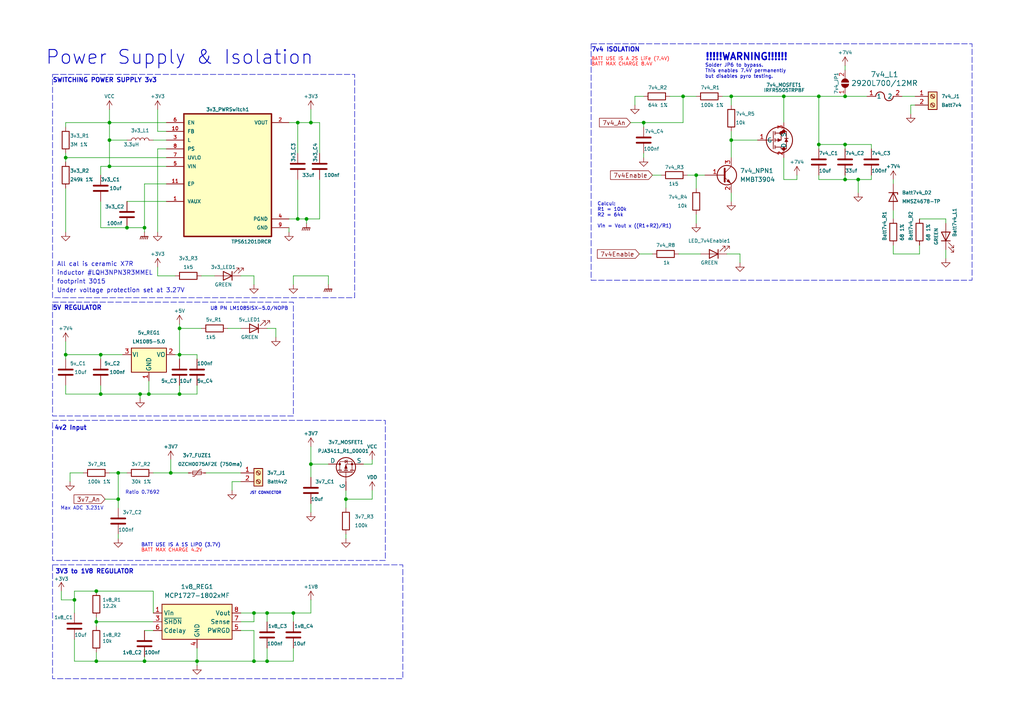
<source format=kicad_sch>
(kicad_sch (version 20231120) (generator "eeschema") (generator_version "8.0")
  (paper "A4")
  (title_block (title "PowerSupply") (date "2024-11-09") (company "GAUL"))
  (lib_symbols
    (symbol "Connector:Screw_Terminal_01x02" (pin_names (offset 1.016) hide)
      (property "Reference" "J" (at 0 2.54 0))
      (property "Value" "Screw_Terminal_01x02" (at 0 -5.08 0))
      (symbol "Screw_Terminal_01x02_1_1"
        (pin passive line (at -5.08 0 0) (length 3.81) (name "Pin_1") (number "1"))
        (pin passive line (at -5.08 -2.54 0) (length 3.81) (name "Pin_2") (number "2"))
      )
    )
    (symbol "Device:C" (pin_numbers hide) (pin_names (offset 0.254))
      (property "Reference" "C" (at 0.635 2.54 0))
      (property "Value" "C" (at 0.635 -2.54 0))
      (symbol "C_1_1"
        (pin passive line (at 0 3.81 270) (length 2.794) (name "~") (number "1"))
        (pin passive line (at 0 -3.81 90) (length 2.794) (name "~") (number "2"))
      )
    )
    (symbol "Device:L" (pin_numbers hide) (pin_names (offset 1.016) hide)
      (property "Reference" "L" (at -1.27 0 90))
      (property "Value" "L" (at 1.905 0 90))
      (symbol "L_1_1"
        (pin passive line (at 0 3.81 270) (length 1.27) (name "1") (number "1"))
        (pin passive line (at 0 -3.81 90) (length 1.27) (name "2") (number "2"))
      )
    )
    (symbol "Device:LED" (pin_numbers hide) (pin_names (offset 1.016) hide)
      (property "Reference" "D" (at 0 2.54 0))
      (property "Value" "LED" (at 0 -2.54 0))
      (symbol "LED_1_1"
        (pin passive line (at -3.81 0 0) (length 2.54) (name "K") (number "1"))
        (pin passive line (at 3.81 0 180) (length 2.54) (name "A") (number "2"))
      )
    )
    (symbol "Device:Polyfuse_Small" (pin_numbers hide) (pin_names (offset 0))
      (property "Reference" "F" (at -1.905 0 90))
      (property "Value" "Polyfuse_Small" (at 1.905 0 90))
      (symbol "Polyfuse_Small_1_1"
        (pin passive line (at 0 2.54 270) (length 0.635) (name "~") (number "1"))
        (pin passive line (at 0 -2.54 90) (length 0.635) (name "~") (number "2"))
      )
    )
    (symbol "Device:R" (pin_numbers hide) (pin_names (offset 0))
      (property "Reference" "R" (at 2.032 0 90))
      (property "Value" "R" (at 0 0 90))
      (symbol "R_1_1"
        (pin passive line (at 0 3.81 270) (length 1.27) (name "~") (number "1"))
        (pin passive line (at 0 -3.81 90) (length 1.27) (name "~") (number "2"))
      )
    )
    (symbol "Diode:BZV55C6V2" (pin_numbers hide) (pin_names hide)
      (property "Reference" "D" (at 0 2.54 0))
      (property "Value" "BZV55C6V2" (at 0 -2.54 0))
      (symbol "BZV55C6V2_1_1"
        (pin passive line (at -3.81 0 0) (length 2.54) (name "K") (number "1"))
        (pin passive line (at 3.81 0 180) (length 2.54) (name "A") (number "2"))
      )
    )
    (symbol "GND_1" (power) (pin_numbers hide) (pin_names (offset 0) hide)
      (property "Value" "GND" (at 0 -3.81 0))
      (symbol "GND_1_1_1"
        (pin power_in line (at 0 0 270) (length 0) (name "~") (number "1"))
      )
    )
    (symbol "IRFR5505TRPBF:IRFR5505TRPBF" (pin_names (offset 0.254))
      (property "Reference" "MOSFET" (at 11.43 1.905 0))
      (property "Value" "IRFR5505TRPBF" (at 11.43 -2.54 0))
      (symbol "IRFR5505TRPBF_0_1"
        (pin unspecified line (at 0 0 0) (length 2.54) (name "G") (number "1"))
        (pin unspecified line (at 7.62 5.08 270) (length 2.54) (name "D") (number "2"))
        (pin unspecified line (at 7.62 -5.08 90) (length 2.54) (name "S") (number "3"))
      )
    )
    (symbol "Jumper:SolderJumper_2_Open" (pin_names (offset 0) hide)
      (property "Reference" "JP" (at 0 2.032 0))
      (property "Value" "SolderJumper_2_Open" (at 0 -2.54 0))
      (symbol "SolderJumper_2_Open_1_1"
        (pin passive line (at -3.81 0 0) (length 2.54) (name "A") (number "1"))
        (pin passive line (at 3.81 0 180) (length 2.54) (name "B") (number "2"))
      )
    )
    (symbol "RGEF1400:RGEF1400" (pin_names (offset 0.254))
      (property "Reference" "F" (at 5.08 3.175 0))
      (property "Value" "RGEF1400" (at 5.08 -3.175 0))
      (symbol "RGEF1400_1_1"
        (pin unspecified line (at 0 0 0) (length 2.54) (name "1") (number "1"))
        (pin unspecified line (at 10.16 0 180) (length 2.54) (name "2") (number "2"))
      )
      (symbol "RGEF1400_1_2"
        (pin unspecified line (at 0 0 90) (length 2.54) (name "1") (number "1"))
        (pin unspecified line (at 0 10.16 270) (length 2.54) (name "2") (number "2"))
      )
    )
    (symbol "Regulator_Linear:LM1085-5.0" (pin_names (offset 0.254))
      (property "Reference" "U8" (at 0 6.35 0))
      (property "Value" "LM1085-5.0" (at 0 3.81 0))
      (symbol "LM1085-5.0_1_1"
        (pin power_in line (at 0 -7.62 90) (length 2.54) (name "GND") (number "1"))
        (pin passive line (at 7.62 0 180) (length 2.54) (name "VO") (number "2"))
        (pin power_in line (at -7.62 0 0) (length 2.54) (name "VI") (number "3"))
      )
    )
    (symbol "Regulator_Linear:MCP1727-1802xMF"
      (property "Reference" "U" (at -7.62 8.89 0))
      (property "Value" "MCP1727-1802xMF" (at 11.43 8.89 0))
      (symbol "MCP1727-1802xMF_0_0"
        (pin open_collector line (at 12.7 -2.54 180) (length 2.54) (name "PWRGD") (number "5"))
        (pin input line (at -12.7 -2.54 0) (length 2.54) (name "Cdelay") (number "6"))
        (pin input line (at 12.7 0 180) (length 2.54) (name "Sense") (number "7"))
        (pin power_out line (at 12.7 2.54 180) (length 2.54) (name "Vout") (number "8"))
      )
      (symbol "MCP1727-1802xMF_1_1"
        (pin power_in line (at -12.7 2.54 0) (length 2.54) (name "Vin") (number "1"))
        (pin passive line (at -12.7 2.54 0) (length 2.54) hide (name "Vin") (number "2"))
        (pin input line (at -12.7 0 0) (length 2.54) (name "~{SHDN}") (number "3"))
        (pin power_in line (at 0 -7.62 90) (length 2.54) (name "GND") (number "4"))
        (pin passive line (at 0 -7.62 90) (length 2.54) hide (name "GND") (number "9"))
      )
    )
    (symbol "Simulation_SPICE:PMOS" (pin_numbers hide) (pin_names (offset 0))
      (property "Reference" "Q2" (at 8.89 0 90))
      (property "Value" "PMOS" (at 6.35 0 90))
      (symbol "PMOS_1_1"
        (pin input line (at -5.08 0 0) (length 2.54) (name "G") (number "1"))
        (pin passive line (at 2.54 -5.08 90) (length 2.54) (name "S") (number "2"))
        (pin passive line (at 2.54 5.08 270) (length 2.54) (name "D") (number "3"))
      )
    )
    (symbol "TPS61201DRCR:TPS61201DRCR" (pin_names (offset 1.016))
      (property "Reference" "U5" (at 10.16 19.05 0))
      (property "Value" "TPS61201DRCR" (at 5.08 -19.05 0))
      (symbol "TPS61201DRCR_0_0"
        (pin bidirectional line (at -17.78 -7.62 0) (length 5.08) (name "VAUX") (number "1"))
        (pin input line (at -17.78 12.7 0) (length 5.08) (name "FB") (number "10"))
        (pin bidirectional line (at -17.78 -2.54 0) (length 5.08) (name "EP") (number "11"))
        (pin input line (at -17.78 10.16 0) (length 5.08) (name "L") (number "3"))
        (pin power_in line (at 17.78 -12.7 180) (length 5.08) (name "PGND") (number "4"))
        (pin input line (at -17.78 2.54 0) (length 5.08) (name "VIN") (number "5"))
        (pin input line (at -17.78 15.24 0) (length 5.08) (name "EN") (number "6"))
        (pin input line (at -17.78 5.08 0) (length 5.08) (name "UVLO") (number "7"))
        (pin input line (at -17.78 7.62 0) (length 5.08) (name "PS") (number "8"))
        (pin power_in line (at 17.78 -15.24 180) (length 5.08) (name "GND") (number "9"))
      )
      (symbol "TPS61201DRCR_1_0"
        (pin passive line (at 17.78 15.24 180) (length 5.08) (name "VOUT") (number "2"))
      )
    )
    (symbol "Transistor_BJT:MMBT3904" (pin_names (offset 0) hide)
      (property "Reference" "Q" (at 5.08 1.905 0))
      (property "Value" "MMBT3904" (at 5.08 0 0))
      (symbol "MMBT3904_1_1"
        (pin input line (at -5.08 0 0) (length 5.715) (name "B") (number "1"))
        (pin passive line (at 2.54 -5.08 90) (length 2.54) (name "E") (number "2"))
        (pin passive line (at 2.54 5.08 270) (length 2.54) (name "C") (number "3"))
      )
    )
    (symbol "power:+12P" (power) (pin_names (offset 0))
      (property "Value" "+12P" (at 0 3.556 0))
      (symbol "+12P_1_1"
        (pin power_in line (at 0 0 90) (length 0) hide (name "+12P") (number "1"))
      )
    )
    (symbol "power:+12V" (power) (pin_names (offset 0))
      (property "Value" "+12V" (at 0 3.556 0))
      (symbol "+12V_1_1"
        (pin power_in line (at 0 0 90) (length 0) hide (name "+12V") (number "1"))
      )
    )
    (symbol "power:+1V8" (power) (pin_numbers hide) (pin_names (offset 0) hide)
      (property "Value" "+1V8" (at 0 3.556 0))
      (symbol "+1V8_1_1"
        (pin power_in line (at 0 0 90) (length 0) (name "~") (number "1"))
      )
    )
    (symbol "power:+3V3" (power) (pin_names (offset 0))
      (property "Value" "+3V3" (at 0 3.556 0))
      (symbol "+3V3_1_1"
        (pin power_in line (at 0 0 90) (length 0) hide (name "+3V3") (number "1"))
      )
    )
    (symbol "power:+5V" (power) (pin_names (offset 0))
      (property "Value" "+5V" (at 0 3.556 0))
      (symbol "+5V_1_1"
        (pin power_in line (at 0 0 90) (length 0) hide (name "+5V") (number "1"))
      )
    )
    (symbol "power:+BATT" (power) (pin_names (offset 0))
      (property "Value" "+BATT" (at 0 3.556 0))
      (symbol "+BATT_1_1"
        (pin power_in line (at 0 0 90) (length 0) hide (name "+BATT") (number "1"))
      )
    )
    (symbol "power:GND" (power) (pin_names (offset 0))
      (property "Value" "GND" (at 0 -3.81 0))
      (symbol "GND_1_1"
        (pin power_in line (at 0 0 270) (length 0) hide (name "GND") (number "1"))
      )
    )
    (symbol "power:GNDPWR" (power) (pin_names (offset 0))
      (property "Value" "GNDPWR" (at 0 -3.302 0))
      (symbol "GNDPWR_1_1"
        (pin power_in line (at 0 0 270) (length 0) hide (name "GNDPWR") (number "1"))
      )
    )
    (symbol "power:VCC" (power) (pin_names (offset 0))
      (property "Value" "VCC" (at 0 3.81 0))
      (symbol "VCC_1_1"
        (pin power_in line (at 0 0 90) (length 0) hide (name "VCC") (number "1"))
      )
    )
    (symbol "power:VDD" (power) (pin_names (offset 0))
      (property "Value" "VDD" (at 0 3.81 0))
      (symbol "VDD_1_1"
        (pin power_in line (at 0 0 90) (length 0) hide (name "VDD") (number "1"))
      )
    )
  )
  (junction (at 73.66 191.77))
  (junction (at 19.05 102.87))
  (junction (at 31.75 35.56))
  (junction (at 237.49 41.91))
  (junction (at 52.07 114.3))
  (junction (at 27.94 171.45))
  (junction (at 245.11 41.91))
  (junction (at 86.36 35.56))
  (junction (at 90.17 35.56))
  (junction (at 19.05 45.72))
  (junction (at 186.69 35.56))
  (junction (at 29.21 102.87))
  (junction (at 34.29 137.16))
  (junction (at 43.18 114.3))
  (junction (at 73.66 177.8))
  (junction (at 21.59 173.99))
  (junction (at 86.36 63.5))
  (junction (at 100.33 144.78))
  (junction (at 34.29 144.78))
  (junction (at 88.9 63.5))
  (junction (at 77.47 191.77))
  (junction (at 227.33 27.94))
  (junction (at 36.83 66.04))
  (junction (at 41.91 191.77))
  (junction (at 212.09 27.94))
  (junction (at 31.75 40.64))
  (junction (at 245.11 52.07))
  (junction (at 198.12 27.94))
  (junction (at 49.53 137.16))
  (junction (at 248.92 52.07))
  (junction (at 52.07 95.25))
  (junction (at 57.15 191.77))
  (junction (at 237.49 27.94))
  (junction (at 40.64 114.3))
  (junction (at 41.91 66.04))
  (junction (at 77.47 177.8))
  (junction (at 90.17 134.62))
  (junction (at 212.09 40.64))
  (junction (at 201.93 50.8))
  (junction (at 31.75 48.26))
  (junction (at 85.09 177.8))
  (junction (at 27.94 180.34))
  (junction (at 245.11 27.94))
  (junction (at 29.21 114.3))
  (junction (at 52.07 102.87))
  (junction (at 27.94 191.77))
  (wire (pts (xy 212.09 38.1) (xy 212.09 40.64)))
  (wire (pts (xy 92.71 35.56) (xy 90.17 35.56)))
  (wire (pts (xy 264.16 30.48) (xy 264.16 33.02)))
  (wire (pts (xy 31.75 35.56) (xy 48.26 35.56)))
  (wire (pts (xy 48.26 53.34) (xy 41.91 53.34)))
  (wire (pts (xy 45.72 38.1) (xy 48.26 38.1)))
  (wire (pts (xy 237.49 52.07) (xy 245.11 52.07)))
  (wire (pts (xy 83.82 66.04) (xy 83.82 67.31)))
  (wire (pts (xy 52.07 95.25) (xy 58.42 95.25)))
  (wire (pts (xy 29.21 111.76) (xy 29.21 114.3)))
  (wire (pts (xy 19.05 114.3) (xy 29.21 114.3)))
  (wire (pts (xy 214.63 73.66) (xy 214.63 76.2)))
  (wire (pts (xy 29.21 114.3) (xy 40.64 114.3)))
  (wire (pts (xy 107.95 144.78) (xy 100.33 144.78)))
  (wire (pts (xy 21.59 191.77) (xy 27.94 191.77)))
  (wire (pts (xy 43.18 114.3) (xy 40.64 114.3)))
  (wire (pts (xy 252.73 41.91) (xy 252.73 43.18)))
  (wire (pts (xy 186.69 36.83) (xy 186.69 35.56)))
  (wire (pts (xy 265.43 30.48) (xy 264.16 30.48)))
  (wire (pts (xy 212.09 55.88) (xy 212.09 58.42)))
  (wire (pts (xy 227.33 27.94) (xy 227.33 35.56)))
  (wire (pts (xy 34.29 154.94) (xy 34.29 156.21)))
  (wire (pts (xy 92.71 52.07) (xy 92.71 63.5)))
  (wire (pts (xy 237.49 50.8) (xy 237.49 52.07)))
  (wire (pts (xy 48.26 43.18) (xy 45.72 43.18)))
  (wire (pts (xy 201.93 54.61) (xy 201.93 50.8)))
  (wire (pts (xy 52.07 95.25) (xy 52.07 102.87)))
  (wire (pts (xy 85.09 177.8) (xy 77.47 177.8)))
  (wire (pts (xy 69.85 80.01) (xy 73.66 80.01)))
  (wire (pts (xy 92.71 63.5) (xy 88.9 63.5)))
  (wire (pts (xy 198.12 27.94) (xy 201.93 27.94)))
  (wire (pts (xy 29.21 66.04) (xy 36.83 66.04)))
  (wire (pts (xy 92.71 44.45) (xy 92.71 35.56)))
  (wire (pts (xy 107.95 142.24) (xy 107.95 144.78)))
  (wire (pts (xy 90.17 129.54) (xy 90.17 134.62)))
  (wire (pts (xy 85.09 191.77) (xy 77.47 191.77)))
  (wire (pts (xy 194.31 27.94) (xy 198.12 27.94)))
  (wire (pts (xy 34.29 137.16) (xy 36.83 137.16)))
  (wire (pts (xy 86.36 63.5) (xy 88.9 63.5)))
  (wire (pts (xy 274.32 72.39) (xy 274.32 74.93)))
  (wire (pts (xy 100.33 154.94) (xy 100.33 156.21)))
  (wire (pts (xy 77.47 95.25) (xy 80.01 95.25)))
  (wire (pts (xy 227.33 52.07) (xy 231.14 52.07)))
  (wire (pts (xy 41.91 182.88) (xy 44.45 182.88)))
  (wire (pts (xy 21.59 171.45) (xy 27.94 171.45)))
  (wire (pts (xy 245.11 27.94) (xy 251.46 27.94)))
  (wire (pts (xy 69.85 177.8) (xy 73.66 177.8)))
  (wire (pts (xy 90.17 134.62) (xy 95.25 134.62)))
  (wire (pts (xy 29.21 102.87) (xy 29.21 104.14)))
  (wire (pts (xy 90.17 177.8) (xy 85.09 177.8)))
  (wire (pts (xy 83.82 35.56) (xy 86.36 35.56)))
  (wire (pts (xy 40.64 114.3) (xy 40.64 115.57)))
  (wire (pts (xy 107.95 134.62) (xy 107.95 133.35)))
  (wire (pts (xy 31.75 48.26) (xy 31.75 40.64)))
  (wire (pts (xy 259.08 52.07) (xy 259.08 53.34)))
  (wire (pts (xy 27.94 191.77) (xy 41.91 191.77)))
  (wire (pts (xy 58.42 80.01) (xy 62.23 80.01)))
  (wire (pts (xy 95.25 82.55) (xy 95.25 80.01)))
  (wire (pts (xy 245.11 41.91) (xy 245.11 43.18)))
  (wire (pts (xy 212.09 40.64) (xy 219.71 40.64)))
  (wire (pts (xy 27.94 171.45) (xy 44.45 171.45)))
  (wire (pts (xy 44.45 171.45) (xy 44.45 177.8)))
  (wire (pts (xy 90.17 173.99) (xy 90.17 177.8)))
  (wire (pts (xy 20.32 137.16) (xy 20.32 139.7)))
  (wire (pts (xy 35.56 102.87) (xy 29.21 102.87)))
  (wire (pts (xy 86.36 35.56) (xy 90.17 35.56)))
  (wire (pts (xy 48.26 48.26) (xy 31.75 48.26)))
  (wire (pts (xy 85.09 180.34) (xy 85.09 177.8)))
  (wire (pts (xy 52.07 111.76) (xy 52.07 114.3)))
  (wire (pts (xy 245.11 41.91) (xy 252.73 41.91)))
  (wire (pts (xy 69.85 180.34) (xy 73.66 180.34)))
  (wire (pts (xy 201.93 62.23) (xy 201.93 64.77)))
  (wire (pts (xy 19.05 111.76) (xy 19.05 114.3)))
  (wire (pts (xy 57.15 187.96) (xy 57.15 191.77)))
  (wire (pts (xy 245.11 52.07) (xy 248.92 52.07)))
  (wire (pts (xy 237.49 41.91) (xy 245.11 41.91)))
  (wire (pts (xy 196.85 73.66) (xy 203.2 73.66)))
  (wire (pts (xy 57.15 191.77) (xy 73.66 191.77)))
  (wire (pts (xy 266.7 73.66) (xy 266.7 71.12)))
  (wire (pts (xy 237.49 27.94) (xy 237.49 41.91)))
  (wire (pts (xy 90.17 146.05) (xy 90.17 148.59)))
  (wire (pts (xy 266.7 63.5) (xy 274.32 63.5)))
  (wire (pts (xy 100.33 144.78) (xy 100.33 142.24)))
  (wire (pts (xy 43.18 110.49) (xy 43.18 114.3)))
  (wire (pts (xy 259.08 73.66) (xy 266.7 73.66)))
  (wire (pts (xy 210.82 73.66) (xy 214.63 73.66)))
  (wire (pts (xy 57.15 111.76) (xy 57.15 114.3)))
  (wire (pts (xy 184.15 27.94) (xy 184.15 30.48)))
  (wire (pts (xy 90.17 35.56) (xy 90.17 31.75)))
  (wire (pts (xy 274.32 63.5) (xy 274.32 64.77)))
  (wire (pts (xy 59.69 137.16) (xy 69.85 137.16)))
  (wire (pts (xy 186.69 35.56) (xy 198.12 35.56)))
  (wire (pts (xy 252.73 50.8) (xy 252.73 52.07)))
  (wire (pts (xy 227.33 45.72) (xy 227.33 52.07)))
  (wire (pts (xy 50.8 102.87) (xy 52.07 102.87)))
  (wire (pts (xy 31.75 31.75) (xy 31.75 35.56)))
  (wire (pts (xy 231.14 52.07) (xy 231.14 50.8)))
  (wire (pts (xy 19.05 54.61) (xy 19.05 67.31)))
  (wire (pts (xy 66.04 95.25) (xy 69.85 95.25)))
  (wire (pts (xy 34.29 144.78) (xy 34.29 137.16)))
  (wire (pts (xy 86.36 35.56) (xy 86.36 44.45)))
  (wire (pts (xy 49.53 133.35) (xy 49.53 137.16)))
  (wire (pts (xy 209.55 27.94) (xy 212.09 27.94)))
  (wire (pts (xy 248.92 52.07) (xy 252.73 52.07)))
  (wire (pts (xy 201.93 50.8) (xy 204.47 50.8)))
  (wire (pts (xy 100.33 144.78) (xy 100.33 147.32)))
  (wire (pts (xy 67.31 139.7) (xy 67.31 142.24)))
  (wire (pts (xy 41.91 53.34) (xy 41.91 66.04)))
  (wire (pts (xy 29.21 48.26) (xy 29.21 50.8)))
  (wire (pts (xy 88.9 63.5) (xy 88.9 64.77)))
  (wire (pts (xy 45.72 77.47) (xy 45.72 80.01)))
  (wire (pts (xy 41.91 191.77) (xy 57.15 191.77)))
  (wire (pts (xy 212.09 30.48) (xy 212.09 27.94)))
  (wire (pts (xy 185.42 73.66) (xy 189.23 73.66)))
  (wire (pts (xy 237.49 41.91) (xy 237.49 43.18)))
  (wire (pts (xy 17.78 173.99) (xy 21.59 173.99)))
  (wire (pts (xy 27.94 189.23) (xy 27.94 191.77)))
  (wire (pts (xy 21.59 173.99) (xy 21.59 177.8)))
  (wire (pts (xy 212.09 40.64) (xy 212.09 45.72)))
  (wire (pts (xy 85.09 80.01) (xy 95.25 80.01)))
  (wire (pts (xy 57.15 193.04) (xy 57.15 191.77)))
  (wire (pts (xy 19.05 99.06) (xy 19.05 102.87)))
  (wire (pts (xy 105.41 134.62) (xy 107.95 134.62)))
  (wire (pts (xy 259.08 73.66) (xy 259.08 71.12)))
  (wire (pts (xy 73.66 180.34) (xy 73.66 177.8)))
  (wire (pts (xy 83.82 63.5) (xy 86.36 63.5)))
  (wire (pts (xy 36.83 40.64) (xy 31.75 40.64)))
  (wire (pts (xy 17.78 173.99) (xy 17.78 171.45)))
  (wire (pts (xy 227.33 27.94) (xy 237.49 27.94)))
  (wire (pts (xy 19.05 35.56) (xy 19.05 36.83)))
  (wire (pts (xy 24.13 137.16) (xy 20.32 137.16)))
  (wire (pts (xy 21.59 171.45) (xy 21.59 173.99)))
  (wire (pts (xy 77.47 191.77) (xy 73.66 191.77)))
  (wire (pts (xy 45.72 80.01) (xy 50.8 80.01)))
  (wire (pts (xy 19.05 46.99) (xy 19.05 45.72)))
  (wire (pts (xy 186.69 45.72) (xy 186.69 44.45)))
  (wire (pts (xy 85.09 187.96) (xy 85.09 191.77)))
  (wire (pts (xy 36.83 66.04) (xy 41.91 66.04)))
  (wire (pts (xy 261.62 27.94) (xy 265.43 27.94)))
  (wire (pts (xy 19.05 45.72) (xy 48.26 45.72)))
  (wire (pts (xy 19.05 102.87) (xy 19.05 104.14)))
  (wire (pts (xy 198.12 35.56) (xy 198.12 27.94)))
  (wire (pts (xy 29.21 58.42) (xy 29.21 66.04)))
  (wire (pts (xy 19.05 35.56) (xy 31.75 35.56)))
  (wire (pts (xy 34.29 147.32) (xy 34.29 144.78)))
  (wire (pts (xy 27.94 179.07) (xy 27.94 180.34)))
  (wire (pts (xy 52.07 93.98) (xy 52.07 95.25)))
  (wire (pts (xy 237.49 27.94) (xy 245.11 27.94)))
  (wire (pts (xy 259.08 63.5) (xy 259.08 60.96)))
  (wire (pts (xy 44.45 137.16) (xy 49.53 137.16)))
  (wire (pts (xy 73.66 182.88) (xy 69.85 182.88)))
  (wire (pts (xy 29.21 102.87) (xy 19.05 102.87)))
  (wire (pts (xy 27.94 180.34) (xy 44.45 180.34)))
  (wire (pts (xy 41.91 190.5) (xy 41.91 191.77)))
  (wire (pts (xy 44.45 40.64) (xy 48.26 40.64)))
  (wire (pts (xy 245.11 19.05) (xy 245.11 20.32)))
  (wire (pts (xy 27.94 180.34) (xy 27.94 181.61)))
  (wire (pts (xy 52.07 114.3) (xy 57.15 114.3)))
  (wire (pts (xy 57.15 102.87) (xy 57.15 104.14)))
  (wire (pts (xy 248.92 52.07) (xy 248.92 55.88)))
  (wire (pts (xy 77.47 180.34) (xy 77.47 177.8)))
  (wire (pts (xy 31.75 137.16) (xy 34.29 137.16)))
  (wire (pts (xy 21.59 185.42) (xy 21.59 191.77)))
  (wire (pts (xy 73.66 80.01) (xy 73.66 82.55)))
  (wire (pts (xy 30.48 144.78) (xy 34.29 144.78)))
  (wire (pts (xy 77.47 187.96) (xy 77.47 191.77)))
  (wire (pts (xy 80.01 95.25) (xy 80.01 97.79)))
  (wire (pts (xy 52.07 102.87) (xy 52.07 104.14)))
  (wire (pts (xy 69.85 139.7) (xy 67.31 139.7)))
  (wire (pts (xy 48.26 58.42) (xy 36.83 58.42)))
  (wire (pts (xy 52.07 102.87) (xy 57.15 102.87)))
  (wire (pts (xy 245.11 50.8) (xy 245.11 52.07)))
  (wire (pts (xy 73.66 182.88) (xy 73.66 191.77)))
  (wire (pts (xy 85.09 80.01) (xy 85.09 82.55)))
  (wire (pts (xy 43.18 114.3) (xy 52.07 114.3)))
  (wire (pts (xy 31.75 35.56) (xy 31.75 40.64)))
  (wire (pts (xy 49.53 137.16) (xy 54.61 137.16)))
  (wire (pts (xy 45.72 43.18) (xy 45.72 67.31)))
  (wire (pts (xy 86.36 52.07) (xy 86.36 63.5)))
  (wire (pts (xy 73.66 177.8) (xy 77.47 177.8)))
  (wire (pts (xy 212.09 27.94) (xy 227.33 27.94)))
  (wire (pts (xy 189.23 50.8) (xy 191.77 50.8)))
  (wire (pts (xy 182.88 35.56) (xy 186.69 35.56)))
  (wire (pts (xy 90.17 138.43) (xy 90.17 134.62)))
  (wire (pts (xy 199.39 50.8) (xy 201.93 50.8)))
  (wire (pts (xy 19.05 44.45) (xy 19.05 45.72)))
  (wire (pts (xy 41.91 66.04) (xy 41.91 67.31)))
  (wire (pts (xy 45.72 31.75) (xy 45.72 38.1)))
  (wire (pts (xy 186.69 27.94) (xy 184.15 27.94)))
  (wire (pts (xy 29.21 48.26) (xy 31.75 48.26)))
  (rectangle (start 15.24 21.59) (end 102.87 86.36) (stroke (width 0) (type dash)))
  (rectangle (start 171.45 12.7) (end 281.94 81.28) (stroke (width 0) (type dash)))
  (rectangle (start 15.24 87.63) (end 85.09 120.65) (stroke (width 0) (type dash)))
  (rectangle (start 15.24 163.83) (end 116.84 196.85) (stroke (width 0) (type dash)))
  (rectangle (start 15.24 121.92) (end 111.76 162.56) (stroke (width 0) (type dash)))
  (text "Under voltage protection set at 3.27V" (at 16.51 85.09 0) (effects (font (size 1.27 1.27)) (justify left bottom)))
  (text "Calcul: \nR1 = 100k\nR2 = 64k\n\nVin = Vout x ((R1+R2)/R1)" (at 173.228 66.294 0) (effects (font (size 1 1)) (justify left bottom)))
  (text "5V REGULATOR" (at 15.24 90.17 0) (effects (font (size 1.27 1.27) (thickness 0.254) (bold yes)) (justify left bottom)))
  (text "JST CONNECTOR" (at 72.39 143.51 0) (effects (font (size 0.75 0.75)) (justify left bottom)))
  (text "4v2 Input" (at 15.748 124.968 0) (effects (font (size 1.27 1.27) (thickness 0.254) (bold yes)) (justify left bottom)))
  (text "U8 PN LM1085ISX-5.0/NOPB" (at 60.96 90.17 0) (effects (font (size 1 1)) (justify left bottom)))
  (text "footprint 3015" (at 16.51 82.55 0) (effects (font (size 1.27 1.27)) (justify left bottom)))
  (text "3V3 to 1V8 REGULATOR\n\n" (at 16.002 168.656 0) (effects (font (size 1.27 1.27) (thickness 0.254) (bold yes)) (justify left bottom)))
  (text "inductor #LQH3NPN3R3MMEL" (at 16.51 80.01 0) (effects (font (size 1.27 1.27)) (justify left bottom)))
  (text "BATT USE IS A 1S LIPO (3.7V)" (at 40.894 158.75 0) (effects (font (size 1 1)) (justify left bottom)))
  (text "7v4 ISOLATION" (at 171.45 15.24 0) (effects (font (size 1.27 1.27) (thickness 0.254) (bold yes)) (justify left bottom)))
  (text "Max ADC 3.231V" (at 17.526 148.082 0) (effects (font (size 1 1) (thickness 0.125)) (justify left bottom)))
  (text "!!!!!WARNING!!!!!!" (at 204.47 17.78 0) (effects (font (size 2 2) (thickness 0.4) (bold yes)) (justify left bottom)))
  (text "All cal is ceramic X7R" (at 16.51 77.47 0) (effects (font (size 1.27 1.27)) (justify left bottom)))
  (text "BATT MAX CHARGE 4.2V" (at 40.894 160.274 0) (effects (font (size 1 1) (thickness 0.125)) (justify left bottom)))
  (text "SWITCHING POWER SUPPLY 3v3" (at 15.24 24.13 0) (effects (font (size 1.27 1.27) (thickness 0.254) (bold yes)) (justify left bottom)))
  (text "Solder JP6 to bypass. \nThis enables 7.4V permanently \nbut disables pyro testing." (at 204.47 22.86 0) (effects (font (size 1 1)) (justify left bottom)))
  (text "BATT USE IS A 2S LiFe (7.4V)" (at 171.45 17.78 0) (effects (font (size 1 1) (thickness 0.125)) (justify left bottom)))
  (text "Power Supply & Isolation" (at 52.07 16.764 0) (effects (font (size 4 4) (thickness 0.254) (bold yes))))
  (text "Ratio 0.7692" (at 36.322 143.51 0) (effects (font (size 1 1) (thickness 0.125)) (justify left bottom)))
  (text "BATT MAX CHARGE 8.4V" (at 171.45 19.304 0) (effects (font (size 1 1) (thickness 0.125)) (justify left bottom)))
  (global_label "3v7_An" (shape input) (at 30.48 144.78 180) (property "Intersheetrefs" "${INTERSHEET_REFS}" (effects (hide yes))))
  (global_label "7v4Enable" (shape input) (at 185.42 73.66 180) (property "Intersheetrefs" "${INTERSHEET_REFS}" (effects (hide yes))))
  (global_label "7v4_An" (shape input) (at 182.88 35.56 180) (property "Intersheetrefs" "${INTERSHEET_REFS}" (effects (hide yes))))
  (global_label "7v4Enable" (shape input) (at 189.23 50.8 180) (property "Intersheetrefs" "${INTERSHEET_REFS}" (effects (hide yes))))
  (symbol (lib_id "Device:R") (at 19.05 40.64 0) (unit 1)
    (property "Reference" "3v3_R1" (at 20.32 39.37 0) (effects (font (size 1 1)) (justify left)))
    (property "Value" "3M 1%" (at 20.32 41.91 0) (effects (font (size 1 1)) (justify left)))
    (property "Footprint" "Resistor_SMD:R_0603_1608Metric" (effects (hide yes)))
  )
  (symbol (lib_id "Device:C") (at 34.29 151.13 0) (unit 1)
    (property "Reference" "3v7_C2" (at 35.56 148.59 0) (effects (font (size 1 1)) (justify left)))
    (property "Value" "100nf" (at 34.29 153.67 0) (effects (font (size 1 1)) (justify left)))
    (property "Footprint" "Capacitor_SMD:C_0603_1608Metric" (effects (hide yes)))
  )
  (symbol (lib_id "Device:C") (at 237.49 46.99 0) (unit 1)
    (property "Reference" "7v4_C1" (at 237.49 44.45 0) (effects (font (size 1 1)) (justify left)))
    (property "Value" "10uf" (at 237.49 49.53 0) (effects (font (size 1 1)) (justify left)))
    (property "Footprint" "Capacitor_SMD:C_0603_1608Metric" (effects (hide yes)))
  )
  (symbol (lib_id "power:GND") (at 186.69 45.72 0) (unit 1)
    (property "Reference" "#PWR0102" (effects (hide yes)))
    (property "Value" "GND" (effects (hide yes)))
  )
  (symbol (lib_id "power:GND") (at 73.66 82.55 0) (unit 1)
    (property "Reference" "#PWR07" (effects (hide yes)))
    (property "Value" "GND" (effects (hide yes)))
  )
  (symbol (lib_id "power:GND") (at 80.01 97.79 0) (unit 1)
    (property "Reference" "#PWR019" (effects (hide yes)))
    (property "Value" "GND" (effects (hide yes)))
  )
  (symbol (lib_id "power:+3V3") (at 90.17 31.75 0) (unit 1)
    (property "Reference" "#PWR011" (effects (hide yes)))
    (property "Value" "+3V3" (at 90.17 27.94 0) (effects (font (size 1 1))))
  )
  (symbol (lib_id "Device:R") (at 259.08 67.31 180) (unit 1)
    (property "Reference" "Batt7v4_R1" (at 256.54 69.85 90) (effects (font (size 1 1)) (justify right)))
    (property "Value" "68 1%" (at 261.62 69.85 90) (effects (font (size 1 1)) (justify right)))
    (property "Footprint" "Resistor_SMD:R_0603_1608Metric" (effects (hide yes)))
  )
  (symbol (lib_id "power:GND") (at 34.29 156.21 0) (unit 1)
    (property "Reference" "#PWR077" (effects (hide yes)))
    (property "Value" "GND" (effects (hide yes)))
  )
  (symbol (lib_id "Device:C") (at 36.83 62.23 0) (unit 1)
    (property "Reference" "3v3_C2" (at 30.48 59.944 0) (effects (font (size 1 1)) (justify left)))
    (property "Value" "100nf" (at 30.988 64.77 0) (effects (font (size 1 1)) (justify left)))
    (property "Footprint" "Capacitor_SMD:C_0603_1608Metric" (effects (hide yes)))
  )
  (symbol (lib_id "power:GNDPWR") (at 95.25 82.55 0) (unit 1)
    (property "Reference" "#PWR012" (effects (hide yes)))
    (property "Value" "GNDPWR" (effects (hide yes)))
  )
  (symbol (lib_id "Device:R") (at 62.23 95.25 90) (unit 1)
    (property "Reference" "5v_R1" (at 59.69 92.71 90) (effects (font (size 1 1)) (justify right)))
    (property "Value" "1k5" (at 59.69 97.79 90) (effects (font (size 1 1)) (justify right)))
    (property "Footprint" "Resistor_SMD:R_0603_1608Metric" (effects (hide yes)))
  )
  (symbol (lib_id "Device:C") (at 19.05 107.95 0) (unit 1)
    (property "Reference" "5v_C1" (at 20.32 105.41 0) (effects (font (size 1 1)) (justify left)))
    (property "Value" "10uf" (at 21.59 107.95 0) (effects (font (size 1 1)) (justify left)))
    (property "Footprint" "Capacitor_SMD:C_0603_1608Metric" (effects (hide yes)))
  )
  (symbol (lib_id "Device:C") (at 21.59 181.61 0) (unit 1)
    (property "Reference" "1v8_C1" (at 15.748 179.07 0) (effects (font (size 0.9652 0.9652)) (justify left)))
    (property "Value" "10uf" (at 21.59 184.15 0) (effects (font (size 1 1)) (justify left)))
    (property "Footprint" "Capacitor_SMD:C_0603_1608Metric" (effects (hide yes)))
  )
  (symbol (lib_id "Device:C") (at 57.15 107.95 0) (unit 1)
    (property "Reference" "5v_C4" (at 57.15 110.49 0) (effects (font (size 1 1)) (justify left)))
    (property "Value" "100nf" (at 57.15 105.41 0) (effects (font (size 1 1)) (justify left)))
    (property "Footprint" "Capacitor_SMD:C_0603_1608Metric" (effects (hide yes)))
  )
  (symbol (lib_id "Regulator_Linear:MCP1727-1802xMF") (at 57.15 180.34 0) (unit 1)
    (property "Reference" "1v8_REG1" (at 57.15 170.18 0))
    (property "Value" "MCP1727-1802xMF" (at 57.15 172.72 0))
    (property "Footprint" "Package_DFN_QFN:DFN-8-1EP_3x3mm_P0.65mm_EP1.55x2.4mm" (effects (hide yes)))
    (property "Datasheet" "https://ww1.microchip.com/downloads/aemtest/APID/ProductDocuments/DataSheets/MCP1727-1.5A-Low-Voltage-Low-Quiescent-Current-LDO-Regulator-20001999D.pdf" (effects (hide yes)))
    (property "Description" "1.5A, Low Voltage, Low Quiescent Current LDO Regulator, 2.3 - 6V Input, Fixed 1.8V Output, 330mV Dropout, DFN-8" (effects (hide yes)))
  )
  (symbol (lib_id "power:GND") (at 85.09 82.55 0) (unit 1)
    (property "Reference" "#PWR09" (effects (hide yes)))
    (property "Value" "GND" (effects (hide yes)))
  )
  (symbol (lib_id "Device:R") (at 27.94 175.26 180) (unit 1)
    (property "Reference" "1v8_R1" (at 29.718 173.99 0) (effects (font (size 0.9652 0.9652)) (justify right)))
    (property "Value" "12.2k" (at 29.718 175.768 0) (effects (font (size 0.9652 0.9652)) (justify right)))
    (property "Footprint" "Resistor_SMD:R_0603_1608Metric" (effects (hide yes)))
    (property "Description" "Resistor" (effects (hide yes)))
  )
  (symbol (lib_id "Device:R") (at 100.33 151.13 0) (unit 1)
    (property "Reference" "3v7_R3" (at 102.87 149.86 0) (effects (font (size 1 1)) (justify left)))
    (property "Value" "100k" (at 102.87 152.4 0) (effects (font (size 1 1)) (justify left)))
    (property "Footprint" "Resistor_SMD:R_0603_1608Metric" (effects (hide yes)))
  )
  (symbol (lib_id "Device:R") (at 40.64 137.16 90) (unit 1)
    (property "Reference" "3v7_R2" (at 38.1 134.62 90) (effects (font (size 1 1)) (justify right)))
    (property "Value" "30k 1%" (at 38.1 139.7 90) (effects (font (size 1 1)) (justify right)))
    (property "Footprint" "Resistor_SMD:R_0603_1608Metric" (effects (hide yes)))
  )
  (symbol (lib_id "power:+BATT") (at 49.53 133.35 0) (unit 1)
    (property "Reference" "#PWR021" (effects (hide yes)))
    (property "Value" "+3V7" (at 49.53 129.54 0) (effects (font (size 1 1))))
  )
  (symbol (lib_id "power:VCC") (at 107.95 133.35 0) (unit 1)
    (property "Reference" "#PWR0110" (effects (hide yes)))
    (property "Value" "VCC" (at 107.95 129.54 0) (effects (font (size 1 1))))
  )
  (symbol (lib_id "Device:C") (at 85.09 184.15 0) (unit 1)
    (property "Reference" "1v8_C4" (at 85.344 181.61 0) (effects (font (size 1 1)) (justify left)))
    (property "Value" "10uf" (at 85.09 186.69 0) (effects (font (size 1 1)) (justify left)))
    (property "Footprint" "Capacitor_SMD:C_0603_1608Metric" (effects (hide yes)))
  )
  (symbol (lib_id "power:GND") (at 264.16 33.02 0) (unit 1)
    (property "Reference" "#PWR032" (effects (hide yes)))
    (property "Value" "GND" (effects (hide yes)))
  )
  (symbol (lib_id "RGEF1400:RGEF1400") (at 251.46 27.94 0) (unit 1)
    (property "Reference" "7v4_L1" (at 256.54 21.59 0) (effects (font (size 1.524 1.524))))
    (property "Value" "2920L700/12MR" (at 256.54 24.13 0) (effects (font (size 1.524 1.524))))
    (property "Footprint" "Fuse:Fuse_2920_7451Metric" (effects (hide yes)))
    (property "Datasheet" "2920L700/12MR" (effects (hide yes)))
  )
  (symbol (lib_id "power:+5V") (at 52.07 93.98 0) (unit 1)
    (property "Reference" "#PWR016" (effects (hide yes)))
    (property "Value" "+5V" (at 52.07 90.17 0) (effects (font (size 1 1))))
  )
  (symbol (lib_id "Device:R") (at 266.7 67.31 180) (unit 1)
    (property "Reference" "Batt7v4_R2" (at 264.16 69.85 90) (effects (font (size 1 1)) (justify right)))
    (property "Value" "68 1%" (at 269.24 69.85 90) (effects (font (size 1 1)) (justify right)))
    (property "Footprint" "Resistor_SMD:R_0603_1608Metric" (effects (hide yes)))
  )
  (symbol (lib_id "Device:C") (at 252.73 46.99 0) (unit 1)
    (property "Reference" "7v4_C3" (at 252.73 44.45 0) (effects (font (size 1 1)) (justify left)))
    (property "Value" "100nf" (at 252.73 49.53 0) (effects (font (size 1 1)) (justify left)))
    (property "Footprint" "Capacitor_SMD:C_0603_1608Metric" (effects (hide yes)))
  )
  (symbol (lib_id "power:GND") (at 19.05 67.31 0) (unit 1)
    (property "Reference" "#PWR01" (effects (hide yes)))
    (property "Value" "GND" (effects (hide yes)))
  )
  (symbol (lib_id "Device:Polyfuse_Small") (at 57.15 137.16 90) (unit 1)
    (property "Reference" "3v7_FUZE1" (at 57.15 132.08 90) (effects (font (size 1 1))))
    (property "Value" "0ZCH0075AF2E (750ma)" (at 60.96 134.62 90) (effects (font (size 1 1))))
    (property "Footprint" "Fuse:Fuse_1210_3225Metric" (effects (hide yes)))
  )
  (symbol (lib_id "Connector:Screw_Terminal_01x02") (at 270.51 27.94 0) (unit 1)
    (property "Reference" "7v4_J1" (at 273.05 27.94 0) (effects (font (size 1 1)) (justify left)))
    (property "Value" "Batt7v4" (at 273.05 30.48 0) (effects (font (size 1 1)) (justify left)))
    (property "Footprint" "Connector_Wire:SolderWire-2.5sqmm_1x02_P8.8mm_D2.4mm_OD4.4mm" (effects (hide yes)))
  )
  (symbol (lib_id "Simulation_SPICE:PMOS") (at 100.33 137.16 90) (unit 1)
    (property "Reference" "3v7_MOSFET1" (at 100.33 128.27 90) (effects (font (size 1 1))))
    (property "Value" "PJA3411_R1_00001" (at 99.568 130.81 90) (effects (font (size 1 1))))
    (property "Footprint" "Package_TO_SOT_SMD:SOT-23-3" (effects (hide yes)))
    (property "Datasheet" "https://ngspice.sourceforge.io/docs/ngspice-manual.pdf" (effects (hide yes)))
    (property "Sim.Device" "PMOS" (effects (hide yes)))
    (property "Sim.Type" "VDMOS" (effects (hide yes)))
    (property "Sim.Pins" "1=D 2=G 3=S" (effects (hide yes)))
  )
  (symbol (lib_id "Device:R") (at 201.93 58.42 180) (unit 1)
    (property "Reference" "7v4_R4" (at 199.39 57.15 0) (effects (font (size 1 1)) (justify left)))
    (property "Value" "10k" (at 199.39 59.69 0) (effects (font (size 1 1)) (justify left)))
    (property "Footprint" "Resistor_SMD:R_0603_1608Metric" (effects (hide yes)))
  )
  (symbol (lib_id "Device:R") (at 190.5 27.94 90) (unit 1)
    (property "Reference" "7v4_R2" (at 187.96 25.4 90) (effects (font (size 1 1)) (justify right)))
    (property "Value" "64k 1%" (at 187.96 30.48 90) (effects (font (size 1 1)) (justify right)))
    (property "Footprint" "Resistor_SMD:R_0603_1608Metric" (effects (hide yes)))
  )
  (symbol (lib_id "Transistor_BJT:MMBT3904") (at 209.55 50.8 0) (unit 1)
    (property "Reference" "7v4_NPN1" (at 214.63 49.53 0) (effects (justify left)))
    (property "Value" "MMBT3904" (at 214.63 52.07 0) (effects (justify left)))
    (property "Footprint" "Package_TO_SOT_SMD:SOT-23" (effects (hide yes)))
    (property "Datasheet" "https://www.onsemi.com/pdf/datasheet/pzt3904-d.pdf" (effects (hide yes)))
  )
  (symbol (lib_id "Device:C") (at 29.21 54.61 0) (unit 1)
    (property "Reference" "3v3_C1" (at 29.21 52.07 0) (effects (font (size 1 1)) (justify left)))
    (property "Value" "10uf" (at 31.75 54.61 0) (effects (font (size 1 1)) (justify left)))
    (property "Footprint" "Capacitor_SMD:C_0603_1608Metric" (effects (hide yes)))
  )
  (symbol (lib_name "GND_1") (lib_id "power:GND") (at 57.15 193.04 0) (unit 1)
    (property "Reference" "#PWR060" (effects (hide yes)))
    (property "Value" "GND" (effects (hide yes)))
    (property "Description" "Power symbol creates a global label with name \"GND\" , ground" (effects (hide yes)))
  )
  (symbol (lib_id "Device:R") (at 19.05 50.8 0) (unit 1)
    (property "Reference" "3v3_R2" (at 20.32 49.53 0) (effects (font (size 1 1)) (justify left)))
    (property "Value" "249k 1%" (at 20.32 52.07 0) (effects (font (size 1 1)) (justify left)))
    (property "Footprint" "Resistor_SMD:R_0603_1608Metric" (effects (hide yes)))
  )
  (symbol (lib_id "power:GNDPWR") (at 41.91 67.31 0) (unit 1)
    (property "Reference" "#PWR03" (effects (hide yes)))
    (property "Value" "GNDPWR" (effects (hide yes)))
  )
  (symbol (lib_id "power:VDD") (at 107.95 142.24 0) (unit 1)
    (property "Reference" "#PWR0111" (effects (hide yes)))
    (property "Value" "VDD" (at 107.95 138.43 0) (effects (font (size 1 1))))
  )
  (symbol (lib_id "power:+1V8") (at 90.17 173.99 0) (unit 1)
    (property "Reference" "#PWR061" (effects (hide yes)))
    (property "Value" "+1V8" (at 90.17 170.18 0) (effects (font (size 1 1))))
    (property "Description" "Power symbol creates a global label with name \"+1V8\"" (effects (hide yes)))
  )
  (symbol (lib_id "power:GND") (at 83.82 67.31 0) (unit 1)
    (property "Reference" "#PWR08" (effects (hide yes)))
    (property "Value" "GND" (effects (hide yes)))
  )
  (symbol (lib_id "Device:LED") (at 66.04 80.01 180) (unit 1)
    (property "Reference" "3v3_LED1" (at 64.77 77.47 0) (effects (font (size 1 1))))
    (property "Value" "GREEN" (at 64.77 82.55 0) (effects (font (size 1 1))))
    (property "Footprint" "LED_SMD:LED_0603_1608Metric" (effects (hide yes)))
  )
  (symbol (lib_id "Device:C") (at 245.11 46.99 0) (unit 1)
    (property "Reference" "7v4_C2" (at 245.11 44.45 0) (effects (font (size 1 1)) (justify left)))
    (property "Value" "33uf" (at 245.11 49.53 0) (effects (font (size 1 1)) (justify left)))
    (property "Footprint" "Capacitor_SMD:C_0603_1608Metric" (effects (hide yes)))
  )
  (symbol (lib_id "Device:LED") (at 207.01 73.66 180) (unit 1)
    (property "Reference" "LED_7v4Enable1" (at 205.74 69.85 0) (effects (font (size 1 1))))
    (property "Value" "GREEN" (at 205.74 76.2 0) (effects (font (size 1 1))))
    (property "Footprint" "LED_SMD:LED_0603_1608Metric" (effects (hide yes)))
  )
  (symbol (lib_id "power:GND") (at 20.32 139.7 0) (unit 1)
    (property "Reference" "#PWR020" (effects (hide yes)))
    (property "Value" "GND" (effects (hide yes)))
  )
  (symbol (lib_id "Device:C") (at 77.47 184.15 0) (unit 1)
    (property "Reference" "1v8_C3" (at 77.724 181.61 0) (effects (font (size 1 1)) (justify left)))
    (property "Value" "100nf" (at 77.47 186.69 0) (effects (font (size 1 1)) (justify left)))
    (property "Footprint" "Capacitor_SMD:C_0603_1608Metric" (effects (hide yes)))
  )
  (symbol (lib_id "power:+12V") (at 245.11 19.05 0) (unit 1)
    (property "Reference" "#PWR029" (effects (hide yes)))
    (property "Value" "+7V4" (at 245.11 15.24 0) (effects (font (size 1 1))))
  )
  (symbol (lib_id "power:+3V3") (at 45.72 77.47 0) (unit 1)
    (property "Reference" "#PWR06" (effects (hide yes)))
    (property "Value" "+3V3" (at 45.72 73.66 0) (effects (font (size 1 1))))
  )
  (symbol (lib_id "Device:C") (at 52.07 107.95 0) (unit 1)
    (property "Reference" "5v_C3" (at 46.736 110.49 0) (effects (font (size 1 1)) (justify left)))
    (property "Value" "10uf" (at 52.07 110.49 0) (effects (font (size 1 1)) (justify left)))
    (property "Footprint" "Capacitor_SMD:C_0603_1608Metric" (effects (hide yes)))
  )
  (symbol (lib_id "power:GNDPWR") (at 88.9 64.77 0) (unit 1)
    (property "Reference" "#PWR010" (effects (hide yes)))
    (property "Value" "GNDPWR" (effects (hide yes)))
  )
  (symbol (lib_id "Device:R") (at 205.74 27.94 90) (unit 1)
    (property "Reference" "7v4_R1" (at 203.2 25.4 90) (effects (font (size 1 1)) (justify right)))
    (property "Value" "100k 1%" (at 203.2 30.48 90) (effects (font (size 1 1)) (justify right)))
    (property "Footprint" "Resistor_SMD:R_0603_1608Metric" (effects (hide yes)))
  )
  (symbol (lib_id "power:+3V3") (at 45.72 31.75 0) (unit 1)
    (property "Reference" "#PWR04" (effects (hide yes)))
    (property "Value" "+3V3" (at 45.72 27.94 0) (effects (font (size 1 1))))
  )
  (symbol (lib_id "Diode:BZV55C6V2") (at 259.08 57.15 270) (unit 1)
    (property "Reference" "Batt7v4_D2" (at 261.62 55.88 90) (effects (font (size 1 1)) (justify left)))
    (property "Value" "MMSZ4678-TP" (at 261.62 58.42 90) (effects (font (size 1 1)) (justify left)))
    (property "Footprint" "Diode_SMD:D_SOD-123" (effects (hide yes)))
    (property "Datasheet" "https://assets.nexperia.com/documents/data-sheet/BZV55_SER.pdf" (effects (hide yes)))
  )
  (symbol (lib_id "Device:C") (at 90.17 142.24 0) (unit 1)
    (property "Reference" "3v7_C1" (at 91.44 139.7 0) (effects (font (size 1 1)) (justify left)))
    (property "Value" "10uf" (at 90.17 144.78 0) (effects (font (size 1 1)) (justify left)))
    (property "Footprint" "Capacitor_SMD:C_0603_1608Metric" (effects (hide yes)))
  )
  (symbol (lib_id "power:+3V3") (at 17.78 171.45 0) (unit 1)
    (property "Reference" "#PWR059" (effects (hide yes)))
    (property "Value" "+3V3" (at 17.78 167.894 0) (effects (font (size 1 1))))
  )
  (symbol (lib_id "Device:R") (at 54.61 80.01 90) (unit 1)
    (property "Reference" "3v3_R3" (at 54.61 74.93 90) (effects (font (size 1 1))))
    (property "Value" "1k5" (at 54.61 77.47 90) (effects (font (size 1 1))))
    (property "Footprint" "Resistor_SMD:R_0603_1608Metric" (effects (hide yes)))
  )
  (symbol (lib_id "power:GND") (at 248.92 55.88 0) (unit 1)
    (property "Reference" "#PWR030" (effects (hide yes)))
    (property "Value" "GND" (effects (hide yes)))
  )
  (symbol (lib_id "power:VCC") (at 31.75 31.75 0) (unit 1)
    (property "Reference" "#PWR02" (effects (hide yes)))
    (property "Value" "VCC" (at 31.75 27.94 0) (effects (font (size 1 1))))
  )
  (symbol (lib_id "Device:C") (at 186.69 40.64 0) (unit 1)
    (property "Reference" "7v4_C4" (at 186.944 38.1 0) (effects (font (size 1 1)) (justify left)))
    (property "Value" "100nf" (at 186.69 43.18 0) (effects (font (size 1 1)) (justify left)))
    (property "Footprint" "Capacitor_SMD:C_0603_1608Metric" (effects (hide yes)))
  )
  (symbol (lib_id "Device:R") (at 193.04 73.66 90) (unit 1)
    (property "Reference" "7v4_R8" (at 195.834 71.12 90) (effects (font (size 1 1)) (justify left)))
    (property "Value" "1k" (at 194.31 76.2 90) (effects (font (size 1 1)) (justify left)))
    (property "Footprint" "Resistor_SMD:R_0603_1608Metric" (effects (hide yes)))
  )
  (symbol (lib_id "Device:C") (at 86.36 48.26 0) (unit 1)
    (property "Reference" "3v3_C3" (at 85.09 46.99 90) (effects (font (size 1 1)) (justify left)))
    (property "Value" "33uf" (at 87.63 50.8 0) (effects (font (size 1 1)) (justify left)))
    (property "Footprint" "Capacitor_SMD:C_0603_1608Metric" (effects (hide yes)))
  )
  (symbol (lib_id "Device:LED") (at 274.32 68.58 90) (unit 1)
    (property "Reference" "Batt7v4_L1" (at 276.86 64.516 0) (effects (font (size 1 1))))
    (property "Value" "GREEN" (at 271.526 68.58 0) (effects (font (size 1 1))))
    (property "Footprint" "LED_SMD:LED_0603_1608Metric" (effects (hide yes)))
  )
  (symbol (lib_id "Device:C") (at 29.21 107.95 0) (unit 1)
    (property "Reference" "5v_C2" (at 30.226 105.41 0) (effects (font (size 1 1)) (justify left)))
    (property "Value" "100nf" (at 31.75 107.95 0) (effects (font (size 1 1)) (justify left)))
    (property "Footprint" "Capacitor_SMD:C_0603_1608Metric" (effects (hide yes)))
  )
  (symbol (lib_id "Device:R") (at 195.58 50.8 90) (unit 1)
    (property "Reference" "7v4_R3" (at 198.374 48.514 90) (effects (font (size 1 1)) (justify left)))
    (property "Value" "1k5" (at 196.85 53.34 90) (effects (font (size 1 1)) (justify left)))
    (property "Footprint" "Resistor_SMD:R_0603_1608Metric" (effects (hide yes)))
  )
  (symbol (lib_id "power:GND") (at 274.32 74.93 0) (unit 1)
    (property "Reference" "#PWR034" (effects (hide yes)))
    (property "Value" "GND" (effects (hide yes)))
  )
  (symbol (lib_id "Device:L") (at 40.64 40.64 90) (unit 1)
    (property "Reference" "3v3_L1" (at 40.64 37.846 90) (effects (font (size 1 1))))
    (property "Value" "3.3uH" (at 38.1 41.91 90) (effects (font (size 1 1))))
    (property "Footprint" "Library:IND_LQH3NPN3R3MMEL" (effects (hide yes)))
  )
  (symbol (lib_id "power:GND") (at 40.64 115.57 0) (unit 1)
    (property "Reference" "#PWR015" (effects (hide yes)))
    (property "Value" "GND" (effects (hide yes)))
  )
  (symbol (lib_id "power:+12V") (at 231.14 50.8 0) (unit 1)
    (property "Reference" "#PWR027" (effects (hide yes)))
    (property "Value" "+7V4" (at 231.14 46.99 0) (effects (font (size 1 1))))
  )
  (symbol (lib_id "Device:LED") (at 73.66 95.25 180) (unit 1)
    (property "Reference" "5v_LED1" (at 72.39 92.71 0) (effects (font (size 1 1))))
    (property "Value" "GREEN" (at 72.39 97.79 0) (effects (font (size 1 1))))
    (property "Footprint" "LED_SMD:LED_0603_1608Metric" (effects (hide yes)))
  )
  (symbol (lib_id "power:+12P") (at 19.05 99.06 0) (unit 1)
    (property "Reference" "#PWR013" (effects (hide yes)))
    (property "Value" "+7V4" (at 19.05 95.25 0) (effects (font (size 1 1))))
  )
  (symbol (lib_id "power:+12V") (at 259.08 52.07 0) (unit 1)
    (property "Reference" "#PWR033" (effects (hide yes)))
    (property "Value" "+7V4" (at 259.08 48.26 0) (effects (font (size 1 1))))
  )
  (symbol (lib_id "power:GND") (at 214.63 76.2 0) (unit 1)
    (property "Reference" "#PWR026" (effects (hide yes)))
    (property "Value" "GND" (effects (hide yes)))
  )
  (symbol (lib_id "Device:R") (at 27.94 185.42 180) (unit 1)
    (property "Reference" "1v8_R2" (at 29.718 184.15 0) (effects (font (size 0.9652 0.9652)) (justify right)))
    (property "Value" "10k" (at 29.718 185.928 0) (effects (font (size 0.9652 0.9652)) (justify right)))
    (property "Footprint" "Resistor_SMD:R_0603_1608Metric" (effects (hide yes)))
    (property "Description" "Resistor" (effects (hide yes)))
  )
  (symbol (lib_id "power:GND") (at 212.09 58.42 0) (unit 1)
    (property "Reference" "#PWR025" (effects (hide yes)))
    (property "Value" "GND" (effects (hide yes)))
  )
  (symbol (lib_id "power:GND") (at 184.15 30.48 0) (unit 1)
    (property "Reference" "#PWR023" (effects (hide yes)))
    (property "Value" "GND" (effects (hide yes)))
  )
  (symbol (lib_id "IRFR5505TRPBF:IRFR5505TRPBF") (at 219.71 40.64 0) (mirror x) (unit 1)
    (property "Reference" "7v4_MOSFET1" (at 222.25 24.638 0) (effects (font (size 1 1)) (justify left)))
    (property "Value" "IRFR5505TRPBF" (at 221.488 26.162 0) (effects (font (size 1 1)) (justify left)))
    (property "Footprint" "Library:PG-TO252AA_INF" (effects (hide yes)))
    (property "Datasheet" "IRFR5505TRPBF" (effects (hide yes)))
  )
  (symbol (lib_id "Connector:Screw_Terminal_01x02") (at 74.93 137.16 0) (unit 1)
    (property "Reference" "3v7_J1" (at 77.47 137.16 0) (effects (font (size 1 1)) (justify left)))
    (property "Value" "Batt4v2" (at 77.47 139.7 0) (effects (font (size 1 1)) (justify left)))
    (property "Footprint" "Connector_JST:JST_XA_B02B-XASK-1_1x02_P2.50mm_Vertical" (effects (hide yes)))
  )
  (symbol (lib_id "power:GND") (at 201.93 64.77 0) (unit 1)
    (property "Reference" "#PWR024" (effects (hide yes)))
    (property "Value" "GND" (effects (hide yes)))
  )
  (symbol (lib_id "Device:R") (at 212.09 34.29 0) (unit 1)
    (property "Reference" "7v4_R5" (at 213.36 33.02 0) (effects (font (size 1 1)) (justify left)))
    (property "Value" "10k" (at 213.36 35.56 0) (effects (font (size 1 1)) (justify left)))
    (property "Footprint" "Resistor_SMD:R_0603_1608Metric" (effects (hide yes)))
  )
  (symbol (lib_id "power:+BATT") (at 90.17 129.54 0) (unit 1)
    (property "Reference" "#PWR0109" (effects (hide yes)))
    (property "Value" "+3V7" (at 90.17 125.73 0) (effects (font (size 1 1))))
  )
  (symbol (lib_id "Device:C") (at 92.71 48.26 0) (unit 1)
    (property "Reference" "3v3_C4" (at 91.44 46.99 90) (effects (font (size 1 1)) (justify left)))
    (property "Value" "100nf" (at 93.98 50.8 0) (effects (font (size 1 1)) (justify left)))
    (property "Footprint" "Capacitor_SMD:C_0603_1608Metric" (effects (hide yes)))
  )
  (symbol (lib_id "Regulator_Linear:LM1085-5.0") (at 43.18 102.87 0) (unit 1)
    (property "Reference" "5v_REG1" (at 43.18 96.52 0) (effects (font (size 1 1))))
    (property "Value" "LM1085-5.0" (at 43.18 99.06 0) (effects (font (size 1 1))))
    (property "Footprint" "Package_TO_SOT_SMD:TO-263-3_TabPin2" (effects (hide yes)))
    (property "Datasheet" "http://www.ti.com/lit/ds/symlink/lm1085.pdf" (effects (hide yes)))
  )
  (symbol (lib_id "TPS61201DRCR:TPS61201DRCR") (at 66.04 50.8 0) (unit 1)
    (property "Reference" "3v3_PWRSwitch1" (at 66.04 31.75 0) (effects (font (size 1 1))))
    (property "Value" "TPS61201DRCR" (at 72.898 70.104 0) (effects (font (size 1 1))))
    (property "Footprint" "Package_SON:VSON-10-1EP_3x3mm_P0.5mm_EP1.65x2.4mm" (effects (hide yes)))
    (property "Description" "0.3-V input voltage, 3.3-V fixed output voltage boost converter with 1.3-A switches, 3-mm x 3-mm QFN" (effects (hide yes)))
    (property "DigiKey_Part_Number" "296-44338-2-ND" (effects (hide yes)))
    (property "MF" "Texas Instruments" (effects (hide yes)))
    (property "Purchase-URL" "https://www.snapeda.com/api/url_track_click_mouser/?unipart_id=1101389&manufacturer=Texas Instruments&part_name=TPS61201DRCR&search_term=None" (effects (hide yes)))
    (property "Package" "VSON-10 Texas Instruments" (effects (hide yes)))
    (property "SnapEDA_Link" "https://www.snapeda.com/parts/TPS61201DRCR/Texas+Instruments/view-part/?ref=snap" (effects (hide yes)))
    (property "MP" "TPS61201DRCR" (effects (hide yes)))
    (property "Check_prices" "https://www.snapeda.com/parts/TPS61201DRCR/Texas+Instruments/view-part/?ref=eda" (effects (hide yes)))
  )
  (symbol (lib_id "power:GND") (at 100.33 156.21 0) (unit 1)
    (property "Reference" "#PWR0112" (effects (hide yes)))
    (property "Value" "GND" (effects (hide yes)))
  )
  (symbol (lib_id "Device:R") (at 27.94 137.16 90) (unit 1)
    (property "Reference" "3v7_R1" (at 25.4 134.62 90) (effects (font (size 1 1)) (justify right)))
    (property "Value" "100k 1%" (at 25.4 139.7 90) (effects (font (size 1 1)) (justify right)))
    (property "Footprint" "Resistor_SMD:R_0603_1608Metric" (effects (hide yes)))
  )
  (symbol (lib_id "Device:C") (at 41.91 186.69 0) (unit 1)
    (property "Reference" "1v8_C2" (at 35.56 189.23 0) (effects (font (size 1 1)) (justify left)))
    (property "Value" "100nf" (at 41.91 189.23 0) (effects (font (size 1 1)) (justify left)))
    (property "Footprint" "Capacitor_SMD:C_0603_1608Metric" (effects (hide yes)))
  )
  (symbol (lib_id "power:GND") (at 90.17 148.59 0) (unit 1)
    (property "Reference" "#PWR0113" (effects (hide yes)))
    (property "Value" "GND" (effects (hide yes)))
  )
  (symbol (lib_id "Jumper:SolderJumper_2_Open") (at 245.11 24.13 90) (unit 1)
    (property "Reference" "7v4_JP1" (at 242.57 24.13 0) (effects (font (size 1 1))))
    (property "Value" "SolderJumper_2_Open" (effects (hide yes)))
    (property "Footprint" "Jumper:SolderJumper-2_P1.3mm_Open_TrianglePad1.0x1.5mm" (effects (hide yes)))
  )
  (symbol (lib_id "power:GND") (at 45.72 67.31 0) (unit 1)
    (property "Reference" "#PWR05" (effects (hide yes)))
    (property "Value" "GND" (effects (hide yes)))
  )
  (symbol (lib_id "power:GND") (at 67.31 142.24 0) (unit 1)
    (property "Reference" "#PWR022" (effects (hide yes)))
    (property "Value" "GND" (effects (hide yes)))
  )
)
</source>
